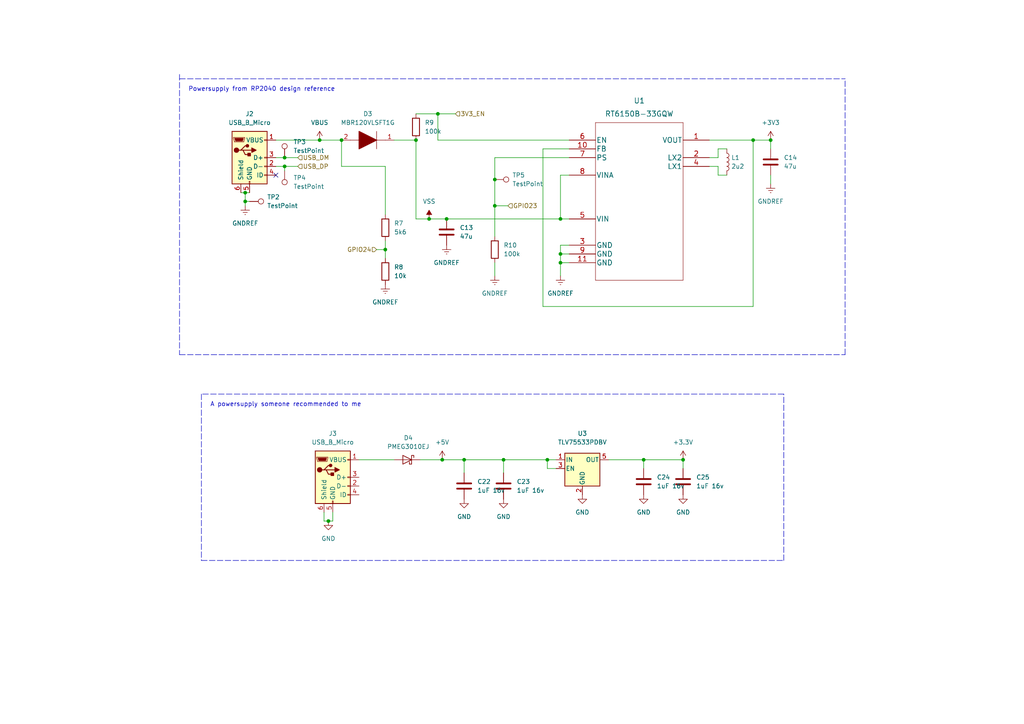
<source format=kicad_sch>
(kicad_sch (version 20211123) (generator eeschema)
  (paper "A4")
  (lib_symbols
    (symbol "+3.3V_1" (power) (pin_names (offset 0))
      (property "Value" "+3.3V_1" (at 0 3.556 0))
      (symbol "+3.3V_1_0_1"
        (polyline (pts (xy -0.762 1.27) (xy 0 2.54)))
        (polyline (pts (xy 0 0) (xy 0 2.54)))
        (polyline (pts (xy 0 2.54) (xy 0.762 1.27)))
      )
      (symbol "+3.3V_1_1_1"
        (pin power_in line (at 0 0 90) (length 0) hide (name "+3.3V") (number "1"))
      )
    )
    (symbol "Connector:TestPoint" (pin_numbers hide) (pin_names (offset 0.762) hide)
      (property "Reference" "TP" (at 0 6.858 0))
      (property "Value" "TestPoint" (at 0 5.08 0))
      (symbol "TestPoint_0_1"
        (circle (center 0 3.302) (radius 0.762))
      )
      (symbol "TestPoint_1_1"
        (pin passive line (at 0 0 90) (length 2.54) (name "1") (number "1"))
      )
    )
    (symbol "Connector:USB_B_Micro" (pin_names (offset 1.016))
      (property "Reference" "J" (at -5.08 11.43 0))
      (property "Value" "USB_B_Micro" (at -5.08 8.89 0))
      (symbol "USB_B_Micro_0_1"
        (rectangle (start -5.08 -7.62) (end 5.08 7.62) (stroke (width 0.254)) (fill (type background)))
        (circle (center -3.81 2.159) (radius 0.635) (stroke (width 0.254)) (fill (type outline)))
        (circle (center -0.635 3.429) (radius 0.381) (stroke (width 0.254)) (fill (type outline)))
        (rectangle (start -0.127 -7.62) (end 0.127 -6.858))
        (polyline (pts (xy -1.905 2.159) (xy 0.635 2.159)) (stroke (width 0.254)))
        (polyline (pts (xy -3.175 2.159) (xy -2.54 2.159) (xy -1.27 3.429) (xy -0.635 3.429)) (stroke (width 0.254)))
        (polyline (pts (xy -2.54 2.159) (xy -1.905 2.159) (xy -1.27 0.889) (xy 0 0.889)) (stroke (width 0.254)))
        (polyline (pts (xy 0.635 2.794) (xy 0.635 1.524) (xy 1.905 2.159) (xy 0.635 2.794)) (stroke (width 0.254)) (fill (type outline)))
        (polyline (pts (xy -4.318 5.588) (xy -1.778 5.588) (xy -2.032 4.826) (xy -4.064 4.826) (xy -4.318 5.588)) (fill (type outline)))
        (polyline (pts (xy -4.699 5.842) (xy -4.699 5.588) (xy -4.445 4.826) (xy -4.445 4.572) (xy -1.651 4.572) (xy -1.651 4.826) (xy -1.397 5.588) (xy -1.397 5.842) (xy -4.699 5.842)))
        (rectangle (start 0.254 1.27) (end -0.508 0.508) (stroke (width 0.254)) (fill (type outline)))
        (rectangle (start 5.08 -5.207) (end 4.318 -4.953))
        (rectangle (start 5.08 -2.667) (end 4.318 -2.413))
        (rectangle (start 5.08 -0.127) (end 4.318 0.127))
        (rectangle (start 5.08 4.953) (end 4.318 5.207))
      )
      (symbol "USB_B_Micro_1_1"
        (pin power_out line (at 7.62 5.08 180) (length 2.54) (name "VBUS") (number "1"))
        (pin bidirectional line (at 7.62 -2.54 180) (length 2.54) (name "D-") (number "2"))
        (pin bidirectional line (at 7.62 0 180) (length 2.54) (name "D+") (number "3"))
        (pin passive line (at 7.62 -5.08 180) (length 2.54) (name "ID") (number "4"))
        (pin power_out line (at 0 -10.16 90) (length 2.54) (name "GND") (number "5"))
        (pin passive line (at -2.54 -10.16 90) (length 2.54) (name "Shield") (number "6"))
      )
    )
    (symbol "Device:C" (pin_numbers hide) (pin_names (offset 0.254))
      (property "Reference" "C" (at 0.635 2.54 0))
      (property "Value" "C" (at 0.635 -2.54 0))
      (symbol "C_0_1"
        (polyline (pts (xy -2.032 -0.762) (xy 2.032 -0.762)) (stroke (width 0.508)))
        (polyline (pts (xy -2.032 0.762) (xy 2.032 0.762)) (stroke (width 0.508)))
      )
      (symbol "C_1_1"
        (pin passive line (at 0 3.81 270) (length 2.794) (name "~") (number "1"))
        (pin passive line (at 0 -3.81 90) (length 2.794) (name "~") (number "2"))
      )
    )
    (symbol "Device:L" (pin_numbers hide) (pin_names (offset 1.016) hide)
      (property "Reference" "L" (at -1.27 0 90))
      (property "Value" "L" (at 1.905 0 90))
      (symbol "L_0_1"
        (arc (start 0 -2.54) (mid 0.635 -1.905) (end 0 -1.27))
        (arc (start 0 -1.27) (mid 0.635 -0.635) (end 0 0))
        (arc (start 0 0) (mid 0.635 0.635) (end 0 1.27))
        (arc (start 0 1.27) (mid 0.635 1.905) (end 0 2.54))
      )
      (symbol "L_1_1"
        (pin passive line (at 0 3.81 270) (length 1.27) (name "1") (number "1"))
        (pin passive line (at 0 -3.81 90) (length 1.27) (name "2") (number "2"))
      )
    )
    (symbol "Device:R" (pin_numbers hide) (pin_names (offset 0))
      (property "Reference" "R" (at 2.032 0 90))
      (property "Value" "R" (at 0 0 90))
      (symbol "R_0_1"
        (rectangle (start -1.016 -2.54) (end 1.016 2.54) (stroke (width 0.254)))
      )
      (symbol "R_1_1"
        (pin passive line (at 0 3.81 270) (length 1.27) (name "~") (number "1"))
        (pin passive line (at 0 -3.81 90) (length 1.27) (name "~") (number "2"))
      )
    )
    (symbol "Diode:PMEG3010EJ" (pin_numbers hide) (pin_names hide)
      (property "Reference" "D" (at 0 2.54 0))
      (property "Value" "PMEG3010EJ" (at 0 -2.54 0))
      (symbol "PMEG3010EJ_0_1"
        (polyline (pts (xy 1.27 0) (xy -1.27 0)))
        (polyline (pts (xy 1.27 1.27) (xy 1.27 -1.27) (xy -1.27 0) (xy 1.27 1.27)) (stroke (width 0.2032)))
        (polyline (pts (xy -1.905 0.635) (xy -1.905 1.27) (xy -1.27 1.27) (xy -1.27 -1.27) (xy -0.635 -1.27) (xy -0.635 -0.635)) (stroke (width 0.2032)))
      )
      (symbol "PMEG3010EJ_1_1"
        (pin passive line (at -3.81 0 0) (length 2.54) (name "K") (number "1"))
        (pin passive line (at 3.81 0 180) (length 2.54) (name "A") (number "2"))
      )
    )
    (symbol "Mouser parts:MBR120VLSFT1G" (pin_names (offset 0.762))
      (property "Reference" "D" (at 11.43 5.08 0))
      (property "Value" "MBR120VLSFT1G" (at 11.43 2.54 0))
      (symbol "MBR120VLSFT1G_0_0"
        (pin passive line (at 0 0 0) (length 2.54) (name "~") (number "1"))
        (pin passive line (at 15.24 0 180) (length 2.54) (name "~") (number "2"))
      )
      (symbol "MBR120VLSFT1G_0_1"
        (polyline (pts (xy 2.54 0) (xy 5.08 0)) (stroke (width 0.1524)))
        (polyline (pts (xy 5.08 2.54) (xy 5.08 -2.54)) (stroke (width 0.1524)))
        (polyline (pts (xy 10.16 0) (xy 12.7 0)) (stroke (width 0.1524)))
        (polyline (pts (xy 5.08 0) (xy 10.16 2.54) (xy 10.16 -2.54) (xy 5.08 0)) (stroke (width 0.254)) (fill (type outline)))
      )
    )
    (symbol "RT6150B-33GQW:RT6150B-33GQW" (pin_names (offset 0.254))
      (property "Reference" "U" (at 20.32 10.16 0))
      (property "Value" "RT6150B-33GQW" (at 20.32 7.62 0))
      (symbol "RT6150B-33GQW_1_1"
        (polyline (pts (xy 7.62 -40.64) (xy 33.02 -40.64)) (stroke (width 0.127)))
        (polyline (pts (xy 7.62 5.08) (xy 7.62 -40.64)) (stroke (width 0.127)))
        (polyline (pts (xy 33.02 -40.64) (xy 33.02 5.08)) (stroke (width 0.127)))
        (polyline (pts (xy 33.02 5.08) (xy 7.62 5.08)) (stroke (width 0.127)))
        (pin output line (at 40.64 0 180) (length 7.62) (name "VOUT") (number "1"))
        (pin input line (at 0 -2.54 0) (length 7.62) (name "FB") (number "10"))
        (pin power_in line (at 0 -35.56 0) (length 7.62) (name "GND") (number "11"))
        (pin unspecified line (at 40.64 -5.08 180) (length 7.62) (name "LX2") (number "2"))
        (pin power_in line (at 0 -30.48 0) (length 7.62) (name "GND") (number "3"))
        (pin unspecified line (at 40.64 -7.62 180) (length 7.62) (name "LX1") (number "4"))
        (pin power_in line (at 0 -22.86 0) (length 7.62) (name "VIN") (number "5"))
        (pin input line (at 0 0 0) (length 7.62) (name "EN") (number "6"))
        (pin input line (at 0 -5.08 0) (length 7.62) (name "PS") (number "7"))
        (pin input line (at 0 -10.16 0) (length 7.62) (name "VINA") (number "8"))
        (pin power_in line (at 0 -33.02 0) (length 7.62) (name "GND") (number "9"))
      )
    )
    (symbol "Regulator_Linear:TLV75533PDBV" (pin_names (offset 0.254))
      (property "Reference" "U" (at -3.81 5.715 0))
      (property "Value" "TLV75533PDBV" (at 0 5.715 0))
      (symbol "TLV75533PDBV_0_1"
        (rectangle (start -5.08 4.445) (end 5.08 -5.08) (stroke (width 0.254)) (fill (type background)))
      )
      (symbol "TLV75533PDBV_1_1"
        (pin power_in line (at -7.62 2.54 0) (length 2.54) (name "IN") (number "1"))
        (pin power_in line (at 0 -7.62 90) (length 2.54) (name "GND") (number "2"))
        (pin input line (at -7.62 0 0) (length 2.54) (name "EN") (number "3"))
        (pin no_connect line (at 5.08 0 180) (length 2.54) hide (name "NC") (number "4"))
        (pin power_out line (at 7.62 2.54 180) (length 2.54) (name "OUT") (number "5"))
      )
    )
    (symbol "power:+3.3V" (power) (pin_names (offset 0))
      (property "Value" "+3.3V" (at 0 3.556 0))
      (symbol "+3.3V_0_1"
        (polyline (pts (xy -0.762 1.27) (xy 0 2.54)))
        (polyline (pts (xy 0 0) (xy 0 2.54)))
        (polyline (pts (xy 0 2.54) (xy 0.762 1.27)))
      )
      (symbol "+3.3V_1_1"
        (pin power_in line (at 0 0 90) (length 0) hide (name "+3V3") (number "1"))
      )
    )
    (symbol "power:+5V" (power) (pin_names (offset 0))
      (property "Value" "+5V" (at 0 3.556 0))
      (symbol "+5V_0_1"
        (polyline (pts (xy -0.762 1.27) (xy 0 2.54)))
        (polyline (pts (xy 0 0) (xy 0 2.54)))
        (polyline (pts (xy 0 2.54) (xy 0.762 1.27)))
      )
      (symbol "+5V_1_1"
        (pin power_in line (at 0 0 90) (length 0) hide (name "+5V") (number "1"))
      )
    )
    (symbol "power:GND" (power) (pin_names (offset 0))
      (property "Value" "GND" (at 0 -3.81 0))
      (symbol "GND_0_1"
        (polyline (pts (xy 0 0) (xy 0 -1.27) (xy 1.27 -1.27) (xy 0 -2.54) (xy -1.27 -1.27) (xy 0 -1.27)))
      )
      (symbol "GND_1_1"
        (pin power_in line (at 0 0 270) (length 0) hide (name "GND") (number "1"))
      )
    )
    (symbol "power:GNDREF" (power) (pin_names (offset 0))
      (property "Value" "GNDREF" (at 0 -3.81 0))
      (symbol "GNDREF_0_1"
        (polyline (pts (xy -0.635 -1.905) (xy 0.635 -1.905)))
        (polyline (pts (xy -0.127 -2.54) (xy 0.127 -2.54)))
        (polyline (pts (xy 0 -1.27) (xy 0 0)))
        (polyline (pts (xy 1.27 -1.27) (xy -1.27 -1.27)))
      )
      (symbol "GNDREF_1_1"
        (pin power_in line (at 0 0 270) (length 0) hide (name "GNDREF") (number "1"))
      )
    )
    (symbol "power:VBUS" (power) (pin_names (offset 0))
      (property "Value" "VBUS" (at 0 3.81 0))
      (symbol "VBUS_0_1"
        (polyline (pts (xy -0.762 1.27) (xy 0 2.54)))
        (polyline (pts (xy 0 0) (xy 0 2.54)))
        (polyline (pts (xy 0 2.54) (xy 0.762 1.27)))
      )
      (symbol "VBUS_1_1"
        (pin power_in line (at 0 0 90) (length 0) hide (name "VBUS") (number "1"))
      )
    )
    (symbol "power:VSS" (power) (pin_names (offset 0))
      (property "Value" "VSS" (at 0 3.81 0))
      (symbol "VSS_0_1"
        (polyline (pts (xy 0 0) (xy 0 2.54)))
        (polyline (pts (xy 0.762 1.27) (xy -0.762 1.27) (xy 0 2.54) (xy 0.762 1.27)) (fill (type outline)))
      )
      (symbol "VSS_1_1"
        (pin power_in line (at 0 0 90) (length 0) hide (name "VSS") (number "1"))
      )
    )
  )
  (junction (at 146.05 133.35))
  (junction (at 158.75 133.35))
  (junction (at 162.56 76.2))
  (junction (at 198.12 133.35))
  (junction (at 186.69 133.35))
  (junction (at 120.65 40.64))
  (junction (at 218.44 40.64))
  (junction (at 162.56 73.66))
  (junction (at 71.12 58.42))
  (junction (at 71.12 55.88))
  (junction (at 134.62 133.35))
  (junction (at 92.71 40.64))
  (junction (at 82.55 45.72))
  (junction (at 95.25 151.13))
  (junction (at 129.54 63.5))
  (junction (at 111.76 72.39))
  (junction (at 124.46 63.5))
  (junction (at 128.27 133.35))
  (junction (at 143.51 59.69))
  (junction (at 223.52 40.64))
  (junction (at 82.55 48.26))
  (junction (at 162.56 63.5))
  (junction (at 99.06 40.64))
  (junction (at 127 33.02))
  (junction (at 143.51 52.07))
  (no_connect (at 80.01 50.8))
  (wire (pts (xy 134.62 133.35) (xy 134.62 137.16)))
  (wire (pts (xy 146.05 133.35) (xy 146.05 137.16)))
  (wire (pts (xy 80.01 40.64) (xy 92.71 40.64)))
  (wire (pts (xy 86.36 45.72) (xy 82.55 45.72)))
  (wire (pts (xy 71.12 58.42) (xy 72.39 58.42)))
  (wire (pts (xy 93.98 151.13) (xy 95.25 151.13)))
  (wire (pts (xy 120.65 63.5) (xy 124.46 63.5)))
  (polyline (pts (xy 58.42 162.56) (xy 227.33 162.56)))
  (wire (pts (xy 111.76 69.85) (xy 111.76 72.39)))
  (polyline (pts (xy 245.11 102.87) (xy 245.11 22.86)))
  (wire (pts (xy 124.46 63.5) (xy 129.54 63.5)))
  (wire (pts (xy 205.74 45.72) (xy 208.28 45.72)))
  (wire (pts (xy 127 33.02) (xy 132.08 33.02)))
  (wire (pts (xy 218.44 40.64) (xy 223.52 40.64)))
  (wire (pts (xy 120.65 33.02) (xy 127 33.02)))
  (wire (pts (xy 162.56 71.12) (xy 162.56 73.66)))
  (wire (pts (xy 208.28 45.72) (xy 208.28 43.18)))
  (wire (pts (xy 165.1 71.12) (xy 162.56 71.12)))
  (wire (pts (xy 82.55 48.26) (xy 80.01 48.26)))
  (wire (pts (xy 143.51 76.2) (xy 143.51 80.01)))
  (wire (pts (xy 111.76 48.26) (xy 111.76 62.23)))
  (wire (pts (xy 99.06 40.64) (xy 99.06 48.26)))
  (wire (pts (xy 86.36 48.26) (xy 82.55 48.26)))
  (wire (pts (xy 121.92 133.35) (xy 128.27 133.35)))
  (wire (pts (xy 165.1 76.2) (xy 162.56 76.2)))
  (wire (pts (xy 134.62 133.35) (xy 146.05 133.35)))
  (wire (pts (xy 111.76 72.39) (xy 111.76 74.93)))
  (wire (pts (xy 158.75 135.89) (xy 158.75 133.35)))
  (wire (pts (xy 114.3 40.64) (xy 120.65 40.64)))
  (wire (pts (xy 223.52 40.64) (xy 223.52 43.18)))
  (wire (pts (xy 82.55 49.53) (xy 82.55 48.26)))
  (wire (pts (xy 129.54 63.5) (xy 162.56 63.5)))
  (wire (pts (xy 162.56 76.2) (xy 162.56 80.01)))
  (wire (pts (xy 109.22 72.39) (xy 111.76 72.39)))
  (wire (pts (xy 157.48 43.18) (xy 165.1 43.18)))
  (polyline (pts (xy 227.33 114.3) (xy 58.42 114.3)))
  (wire (pts (xy 127 40.64) (xy 165.1 40.64)))
  (polyline (pts (xy 52.07 21.59) (xy 52.07 102.87)))
  (wire (pts (xy 205.74 40.64) (xy 218.44 40.64)))
  (wire (pts (xy 208.28 43.18) (xy 210.82 43.18)))
  (wire (pts (xy 143.51 45.72) (xy 165.1 45.72)))
  (wire (pts (xy 162.56 76.2) (xy 162.56 73.66)))
  (wire (pts (xy 92.71 40.64) (xy 99.06 40.64)))
  (wire (pts (xy 71.12 58.42) (xy 71.12 59.69)))
  (wire (pts (xy 218.44 88.9) (xy 157.48 88.9)))
  (wire (pts (xy 162.56 63.5) (xy 165.1 63.5)))
  (polyline (pts (xy 52.07 22.86) (xy 245.11 22.86)))
  (wire (pts (xy 176.53 133.35) (xy 186.69 133.35)))
  (wire (pts (xy 186.69 133.35) (xy 198.12 133.35)))
  (wire (pts (xy 186.69 133.35) (xy 186.69 135.89)))
  (wire (pts (xy 71.12 55.88) (xy 72.39 55.88)))
  (wire (pts (xy 93.98 148.59) (xy 93.98 151.13)))
  (wire (pts (xy 99.06 48.26) (xy 111.76 48.26)))
  (wire (pts (xy 208.28 50.8) (xy 210.82 50.8)))
  (wire (pts (xy 82.55 45.72) (xy 80.01 45.72)))
  (wire (pts (xy 218.44 40.64) (xy 218.44 88.9)))
  (wire (pts (xy 198.12 133.35) (xy 198.12 135.89)))
  (wire (pts (xy 143.51 59.69) (xy 143.51 68.58)))
  (wire (pts (xy 146.05 133.35) (xy 158.75 133.35)))
  (wire (pts (xy 158.75 133.35) (xy 161.29 133.35)))
  (wire (pts (xy 143.51 52.07) (xy 143.51 59.69)))
  (wire (pts (xy 162.56 73.66) (xy 165.1 73.66)))
  (wire (pts (xy 157.48 88.9) (xy 157.48 43.18)))
  (wire (pts (xy 223.52 53.34) (xy 223.52 50.8)))
  (wire (pts (xy 96.52 148.59) (xy 96.52 151.13)))
  (wire (pts (xy 71.12 55.88) (xy 71.12 58.42)))
  (wire (pts (xy 208.28 48.26) (xy 208.28 50.8)))
  (wire (pts (xy 162.56 50.8) (xy 165.1 50.8)))
  (wire (pts (xy 104.14 133.35) (xy 114.3 133.35)))
  (wire (pts (xy 127 33.02) (xy 127 40.64)))
  (wire (pts (xy 143.51 45.72) (xy 143.51 52.07)))
  (wire (pts (xy 96.52 151.13) (xy 95.25 151.13)))
  (wire (pts (xy 143.51 59.69) (xy 147.32 59.69)))
  (wire (pts (xy 128.27 133.35) (xy 134.62 133.35)))
  (wire (pts (xy 162.56 63.5) (xy 162.56 50.8)))
  (wire (pts (xy 120.65 40.64) (xy 120.65 63.5)))
  (polyline (pts (xy 58.42 114.3) (xy 58.42 162.56)))
  (wire (pts (xy 205.74 48.26) (xy 208.28 48.26)))
  (polyline (pts (xy 227.33 162.56) (xy 227.33 114.3)))
  (wire (pts (xy 69.85 55.88) (xy 71.12 55.88)))
  (polyline (pts (xy 52.07 102.87) (xy 245.11 102.87)))
  (wire (pts (xy 161.29 135.89) (xy 158.75 135.89)))
  (text "A powersupply someone recommended to me" (at 60.96 118.11 0) (effects (font (size 1.27 1.27)) (justify left bottom)))
  (text "Powersupply from RP2040 design reference" (at 54.61 26.67 0) (effects (font (size 1.27 1.27)) (justify left bottom)))
  (hierarchical_label "3V3_EN" (shape input) (at 132.08 33.02 0))
  (hierarchical_label "USB_DM" (shape input) (at 86.36 45.72 0))
  (hierarchical_label "USB_DP" (shape input) (at 86.36 48.26 0))
  (hierarchical_label "GPIO23" (shape input) (at 147.32 59.69 0))
  (hierarchical_label "GPIO24" (shape input) (at 109.22 72.39 180))
  (symbol (lib_id "Device:C") (at 223.52 46.99 0) (unit 1)
    (property "Reference" "C14" (at 227.33 45.7199 0) (effects (justify left)))
    (property "Value" "47u" (at 227.33 48.2599 0) (effects (justify left)))
    (property "Footprint" "Capacitor_SMD:C_0805_2012Metric_Pad1.18x1.45mm_HandSolder" (effects hide))
  )
  (symbol (lib_id "Device:R") (at 111.76 78.74 0) (unit 1)
    (property "Reference" "R8" (at 114.3 77.4699 0) (effects (justify left)))
    (property "Value" "10k" (at 114.3 80.0099 0) (effects (justify left)))
    (property "Footprint" "Resistor_SMD:R_0402_1005Metric_Pad0.72x0.64mm_HandSolder" (effects hide))
  )
  (symbol (lib_id "power:GND") (at 134.62 144.78 0) (unit 1)
    (property "Reference" "#PWR060" (effects hide))
    (property "Value" "GND" (at 134.62 149.86 0))
  )
  (symbol (lib_id "power:GND") (at 95.25 151.13 0) (unit 1)
    (property "Reference" "#PWR058" (effects hide))
    (property "Value" "GND" (at 95.25 156.21 0))
  )
  (symbol (lib_id "power:GNDREF") (at 111.76 82.55 0) (unit 1)
    (property "Reference" "#PWR034" (effects hide))
    (property "Value" "GNDREF" (at 111.76 87.63 0))
  )
  (symbol (lib_id "Device:C") (at 129.54 67.31 0) (unit 1)
    (property "Reference" "C13" (at 133.35 66.0399 0) (effects (justify left)))
    (property "Value" "47u" (at 133.35 68.5799 0) (effects (justify left)))
    (property "Footprint" "Capacitor_SMD:C_0805_2012Metric_Pad1.18x1.45mm_HandSolder" (effects hide))
  )
  (symbol (lib_id "Device:C") (at 134.62 140.97 0) (unit 1)
    (property "Reference" "C22" (at 138.43 139.6999 0) (effects (justify left)))
    (property "Value" "1uF 16v" (at 138.43 142.2399 0) (effects (justify left)))
  )
  (symbol (lib_id "Connector:TestPoint") (at 143.51 52.07 270) (unit 1)
    (property "Reference" "TP5" (at 148.59 50.7999 90) (effects (justify left)))
    (property "Value" "TestPoint" (at 148.59 53.3399 90) (effects (justify left)))
    (property "Footprint" "TestPoint:TestPoint_Pad_D1.0mm" (effects hide))
  )
  (symbol (lib_id "power:GND") (at 186.69 143.51 0) (unit 1)
    (property "Reference" "#PWR063" (effects hide))
    (property "Value" "GND" (at 186.69 148.59 0))
  )
  (symbol (lib_id "Device:R") (at 143.51 72.39 0) (unit 1)
    (property "Reference" "R10" (at 146.05 71.1199 0) (effects (justify left)))
    (property "Value" "100k" (at 146.05 73.6599 0) (effects (justify left)))
    (property "Footprint" "Resistor_SMD:R_0402_1005Metric_Pad0.72x0.64mm_HandSolder" (effects hide))
  )
  (symbol (lib_id "Connector:TestPoint") (at 82.55 45.72 0) (unit 1)
    (property "Reference" "TP3" (at 85.09 41.1479 0) (effects (justify left)))
    (property "Value" "TestPoint" (at 85.09 43.6879 0) (effects (justify left)))
    (property "Footprint" "TestPoint:TestPoint_Pad_D1.0mm" (effects hide))
  )
  (symbol (lib_id "power:GNDREF") (at 143.51 80.01 0) (unit 1)
    (property "Reference" "#PWR037" (effects hide))
    (property "Value" "GNDREF" (at 143.51 85.09 0))
  )
  (symbol (lib_id "power:VBUS") (at 92.71 40.64 0) (unit 1)
    (property "Reference" "#PWR033" (effects hide))
    (property "Value" "VBUS" (at 92.71 35.56 0))
  )
  (symbol (lib_id "power:GNDREF") (at 71.12 59.69 0) (unit 1)
    (property "Reference" "#PWR032" (effects hide))
    (property "Value" "GNDREF" (at 71.12 64.77 0))
  )
  (symbol (lib_id "Device:L") (at 210.82 46.99 0) (unit 1)
    (property "Reference" "L1" (at 212.09 45.7199 0) (effects (justify left)))
    (property "Value" "2u2" (at 212.09 48.2599 0) (effects (justify left)))
    (property "Footprint" "Inductor_SMD:L_0402_1005Metric" (effects hide))
  )
  (symbol (lib_id "power:GND") (at 168.91 143.51 0) (unit 1)
    (property "Reference" "#PWR062" (effects hide))
    (property "Value" "GND" (at 168.91 148.59 0))
  )
  (symbol (lib_id "Connector:TestPoint") (at 72.39 58.42 270) (unit 1)
    (property "Reference" "TP2" (at 77.47 57.1499 90) (effects (justify left)))
    (property "Value" "TestPoint" (at 77.47 59.6899 90) (effects (justify left)))
    (property "Footprint" "TestPoint:TestPoint_Pad_D1.0mm" (effects hide))
  )
  (symbol (lib_id "Device:C") (at 198.12 139.7 0) (unit 1)
    (property "Reference" "C25" (at 201.93 138.4299 0) (effects (justify left)))
    (property "Value" "1uF 16v" (at 201.93 140.9699 0) (effects (justify left)))
  )
  (symbol (lib_id "power:GNDREF") (at 129.54 71.12 0) (unit 1)
    (property "Reference" "#PWR036" (effects hide))
    (property "Value" "GNDREF" (at 129.54 76.2 0))
  )
  (symbol (lib_id "power:+5V") (at 128.27 133.35 0) (unit 1)
    (property "Reference" "#PWR059" (effects hide))
    (property "Value" "+5V" (at 128.27 128.27 0))
  )
  (symbol (lib_id "power:GNDREF") (at 223.52 53.34 0) (unit 1)
    (property "Reference" "#PWR040" (effects hide))
    (property "Value" "GNDREF" (at 223.52 58.42 0))
  )
  (symbol (lib_id "power:GND") (at 198.12 143.51 0) (unit 1)
    (property "Reference" "#PWR065" (effects hide))
    (property "Value" "GND" (at 198.12 148.59 0))
  )
  (symbol (lib_id "Connector:TestPoint") (at 82.55 49.53 180) (unit 1)
    (property "Reference" "TP4" (at 85.09 51.5619 0) (effects (justify right)))
    (property "Value" "TestPoint" (at 85.09 54.1019 0) (effects (justify right)))
    (property "Footprint" "TestPoint:TestPoint_Pad_D1.0mm" (effects hide))
  )
  (symbol (lib_id "Connector:USB_B_Micro") (at 72.39 45.72 0) (unit 1)
    (property "Reference" "J2" (at 72.39 33.02 0))
    (property "Value" "USB_B_Micro" (at 72.39 35.56 0))
    (property "Footprint" "Connector_USB:USB_Micro-B_Molex-105017-0001" (effects hide))
  )
  (symbol (lib_id "Device:C") (at 186.69 139.7 0) (unit 1)
    (property "Reference" "C24" (at 190.5 138.4299 0) (effects (justify left)))
    (property "Value" "1uF 16v" (at 190.5 140.9699 0) (effects (justify left)))
  )
  (symbol (lib_id "Device:R") (at 111.76 66.04 0) (unit 1)
    (property "Reference" "R7" (at 114.3 64.7699 0) (effects (justify left)))
    (property "Value" "5k6" (at 114.3 67.3099 0) (effects (justify left)))
    (property "Footprint" "Resistor_SMD:R_01005_0402Metric_Pad0.57x0.30mm_HandSolder" (effects hide))
  )
  (symbol (lib_id "RT6150B-33GQW:RT6150B-33GQW") (at 165.1 40.64 0) (unit 1)
    (property "Reference" "U1" (at 185.42 29.21 0) (effects (font (size 1.524 1.524))))
    (property "Value" "RT6150B-33GQW" (at 185.42 33.02 0) (effects (font (size 1.524 1.524))))
    (property "Footprint" "RT6150B-33GQW:RT6150B-33GQW" (effects hide))
  )
  (symbol (lib_id "power:+3.3V") (at 223.52 40.64 0) (unit 1)
    (property "Reference" "#PWR039" (effects hide))
    (property "Value" "+3.3V" (at 223.52 35.56 0))
  )
  (symbol (lib_id "Diode:PMEG3010EJ") (at 118.11 133.35 0) (mirror y) (unit 1)
    (property "Reference" "D4" (at 118.4275 127 0))
    (property "Value" "PMEG3010EJ" (at 118.4275 129.54 0))
    (property "Footprint" "Diode_SMD:D_SOD-323F" (effects hide))
    (property "Datasheet" "https://assets.nexperia.com/documents/data-sheet/PMEG3010EH_EJ_ET.pdf" (effects hide))
  )
  (symbol (lib_name "+3.3V_1") (lib_id "power:+3.3V") (at 198.12 133.35 0) (unit 1)
    (property "Reference" "#PWR064" (effects hide))
    (property "Value" "+3.3V" (at 198.12 128.27 0))
  )
  (symbol (lib_id "Connector:USB_B_Micro") (at 96.52 138.43 0) (unit 1)
    (property "Reference" "J3" (at 96.52 125.73 0))
    (property "Value" "USB_B_Micro" (at 96.52 128.27 0))
    (property "Footprint" "Connector_USB:USB_Micro-B_Molex-105017-0001" (effects hide))
  )
  (symbol (lib_id "Regulator_Linear:TLV75533PDBV") (at 168.91 135.89 0) (unit 1)
    (property "Reference" "U3" (at 168.91 125.73 0))
    (property "Value" "TLV75533PDBV" (at 168.91 128.27 0))
    (property "Footprint" "Package_TO_SOT_SMD:SOT-23-5" (effects hide))
    (property "Datasheet" "http://www.ti.com/lit/ds/symlink/tlv755p.pdf" (effects hide))
  )
  (symbol (lib_id "power:GND") (at 146.05 144.78 0) (unit 1)
    (property "Reference" "#PWR061" (effects hide))
    (property "Value" "GND" (at 146.05 149.86 0))
  )
  (symbol (lib_id "power:VSS") (at 124.46 63.5 0) (unit 1)
    (property "Reference" "#PWR035" (effects hide))
    (property "Value" "VSS" (at 124.46 58.42 0))
  )
  (symbol (lib_id "power:GNDREF") (at 162.56 80.01 0) (unit 1)
    (property "Reference" "#PWR038" (effects hide))
    (property "Value" "GNDREF" (at 162.56 85.09 0))
  )
  (symbol (lib_id "Mouser parts:MBR120VLSFT1G") (at 114.3 40.64 0) (mirror y) (unit 1)
    (property "Reference" "D3" (at 106.68 33.02 0))
    (property "Value" "MBR120VLSFT1G" (at 106.68 35.56 0))
    (property "Footprint" "SODFL3616X98N" (effects hide))
    (property "Datasheet" "http://www.onsemi.com/pub/Collateral/MBR120VLSFT1-D.PDF" (effects hide))
    (property "Description" "Diode Schottky 20V 1A SOD123FL ON Semi MBR120VLSFT1G, SMT Schottky Diode, 20V 1A, 2-Pin SOD-123FL" (effects hide))
    (property "Height" "0.98" (effects hide))
    (property "Manufacturer_Name" "onsemi" (effects hide))
    (property "Manufacturer_Part_Number" "MBR120VLSFT1G" (effects hide))
    (property "Mouser Part Number" "863-MBR120VLSFT1G" (effects hide))
    (property "Mouser Price/Stock" "https://www.mouser.co.uk/ProductDetail/onsemi/MBR120VLSFT1G?qs=3JMERSakebpX%252BkItPpFCkg%3D%3D" (effects hide))
    (property "Arrow Part Number" "MBR120VLSFT1G" (effects hide))
    (property "Arrow Price/Stock" "https://www.arrow.com/en/products/mbr120vlsft1g/on-semiconductor?region=nac" (effects hide))
  )
  (symbol (lib_id "Device:R") (at 120.65 36.83 0) (unit 1)
    (property "Reference" "R9" (at 123.19 35.5599 0) (effects (justify left)))
    (property "Value" "100k" (at 123.19 38.0999 0) (effects (justify left)))
    (property "Footprint" "Resistor_SMD:R_0402_1005Metric_Pad0.72x0.64mm_HandSolder" (effects hide))
  )
  (symbol (lib_id "Device:C") (at 146.05 140.97 0) (unit 1)
    (property "Reference" "C23" (at 149.86 139.6999 0) (effects (justify left)))
    (property "Value" "1uF 16v" (at 149.86 142.2399 0) (effects (justify left)))
  )
)
</source>
